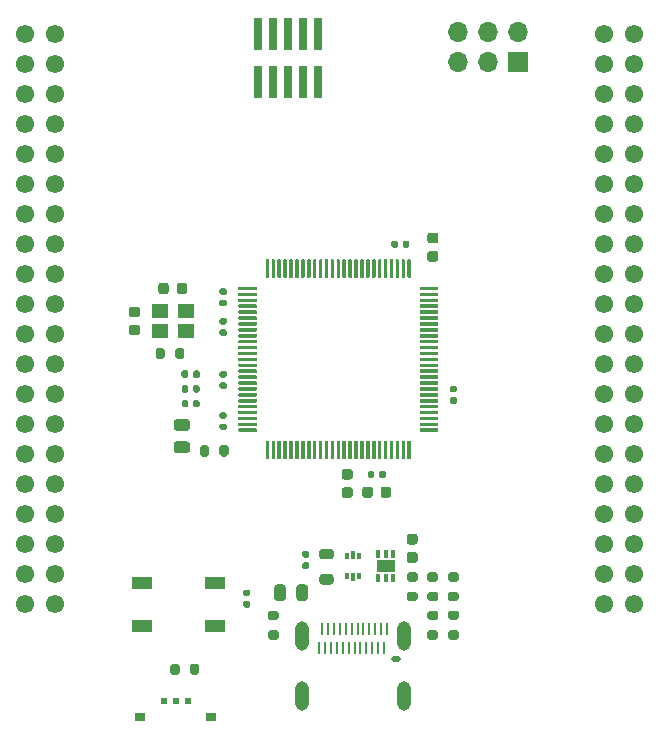
<source format=gbr>
%TF.GenerationSoftware,KiCad,Pcbnew,(5.1.9)-1*%
%TF.CreationDate,2021-07-09T22:50:26+02:00*%
%TF.ProjectId,hyperboard,68797065-7262-46f6-9172-642e6b696361,rev?*%
%TF.SameCoordinates,Original*%
%TF.FileFunction,Soldermask,Top*%
%TF.FilePolarity,Negative*%
%FSLAX46Y46*%
G04 Gerber Fmt 4.6, Leading zero omitted, Abs format (unit mm)*
G04 Created by KiCad (PCBNEW (5.1.9)-1) date 2021-07-09 22:50:26*
%MOMM*%
%LPD*%
G01*
G04 APERTURE LIST*
%ADD10R,1.800000X1.100000*%
%ADD11R,0.900000X0.700000*%
%ADD12R,0.600000X0.510000*%
%ADD13R,0.375000X0.500000*%
%ADD14R,0.300000X0.650000*%
%ADD15O,1.200000X2.500000*%
%ADD16R,0.270000X1.000000*%
%ADD17O,0.850000X0.500000*%
%ADD18C,1.550000*%
%ADD19R,1.400000X1.200000*%
%ADD20R,1.600000X1.000000*%
%ADD21R,0.350000X0.650000*%
%ADD22R,0.740000X2.790000*%
%ADD23O,1.700000X1.700000*%
%ADD24R,1.700000X1.700000*%
G04 APERTURE END LIST*
D10*
%TO.C,SW1*%
X126350000Y-139850000D03*
X120150000Y-139850000D03*
X126350000Y-136150000D03*
X120150000Y-136150000D03*
%TD*%
D11*
%TO.C,SW2*%
X126000000Y-147550000D03*
X120000000Y-147550000D03*
D12*
X123000000Y-146195000D03*
X124000000Y-146195000D03*
X122000000Y-146195000D03*
%TD*%
D13*
%TO.C,U3*%
X137462500Y-133900000D03*
X138537500Y-133900000D03*
D14*
X138000000Y-135675000D03*
X138000000Y-133825000D03*
D13*
X138537500Y-135600000D03*
X137462500Y-135600000D03*
%TD*%
%TO.C,C9*%
G36*
G01*
X143250000Y-132925000D02*
X142750000Y-132925000D01*
G75*
G02*
X142525000Y-132700000I0J225000D01*
G01*
X142525000Y-132250000D01*
G75*
G02*
X142750000Y-132025000I225000J0D01*
G01*
X143250000Y-132025000D01*
G75*
G02*
X143475000Y-132250000I0J-225000D01*
G01*
X143475000Y-132700000D01*
G75*
G02*
X143250000Y-132925000I-225000J0D01*
G01*
G37*
G36*
G01*
X143250000Y-134475000D02*
X142750000Y-134475000D01*
G75*
G02*
X142525000Y-134250000I0J225000D01*
G01*
X142525000Y-133800000D01*
G75*
G02*
X142750000Y-133575000I225000J0D01*
G01*
X143250000Y-133575000D01*
G75*
G02*
X143475000Y-133800000I0J-225000D01*
G01*
X143475000Y-134250000D01*
G75*
G02*
X143250000Y-134475000I-225000J0D01*
G01*
G37*
%TD*%
D15*
%TO.C,J5*%
X142320000Y-140700000D03*
X133680000Y-140700000D03*
D16*
X135375000Y-140035000D03*
X135875000Y-140035000D03*
X136375000Y-140035000D03*
X136875000Y-140035000D03*
X137375000Y-140035000D03*
X137875000Y-140035000D03*
X138375000Y-140035000D03*
X138875000Y-140035000D03*
X139375000Y-140035000D03*
X139875000Y-140035000D03*
X140375000Y-140035000D03*
X140875000Y-140035000D03*
X140625000Y-141685000D03*
X140125000Y-141685000D03*
X139625000Y-141685000D03*
X139125000Y-141685000D03*
X138625000Y-141685000D03*
X138125000Y-141685000D03*
X137625000Y-141685000D03*
X137125000Y-141685000D03*
X136625000Y-141685000D03*
X136125000Y-141685000D03*
X135625000Y-141685000D03*
X135125000Y-141685000D03*
D15*
X133680000Y-145750000D03*
X142320000Y-145750000D03*
D17*
X141600000Y-142620000D03*
%TD*%
D18*
%TO.C,J3*%
X112750000Y-89740000D03*
X110210000Y-89740000D03*
X112750000Y-92280000D03*
X110210000Y-92280000D03*
X112750000Y-94820000D03*
X110210000Y-94820000D03*
X112750000Y-97360000D03*
X110210000Y-97360000D03*
X112750000Y-99900000D03*
X110210000Y-99900000D03*
X112750000Y-102440000D03*
X110210000Y-102440000D03*
X112750000Y-104980000D03*
X110210000Y-104980000D03*
X112750000Y-107520000D03*
X110210000Y-107520000D03*
X112750000Y-110060000D03*
X110210000Y-110060000D03*
X112750000Y-112600000D03*
X110210000Y-112600000D03*
X112750000Y-115140000D03*
X110210000Y-115140000D03*
X112750000Y-117680000D03*
X110210000Y-117680000D03*
X112750000Y-120220000D03*
X110210000Y-120220000D03*
X112750000Y-122760000D03*
X110210000Y-122760000D03*
X112750000Y-125300000D03*
X110210000Y-125300000D03*
X112750000Y-127840000D03*
X110210000Y-127840000D03*
X112750000Y-130380000D03*
X110210000Y-130380000D03*
X112750000Y-132920000D03*
X110210000Y-132920000D03*
X112750000Y-135460000D03*
X110210000Y-135460000D03*
X112750000Y-138000000D03*
X110210000Y-138000000D03*
%TD*%
%TO.C,J4*%
X161790000Y-89740000D03*
X159250000Y-89740000D03*
X161790000Y-92280000D03*
X159250000Y-92280000D03*
X161790000Y-94820000D03*
X159250000Y-94820000D03*
X161790000Y-97360000D03*
X159250000Y-97360000D03*
X161790000Y-99900000D03*
X159250000Y-99900000D03*
X161790000Y-102440000D03*
X159250000Y-102440000D03*
X161790000Y-104980000D03*
X159250000Y-104980000D03*
X161790000Y-107520000D03*
X159250000Y-107520000D03*
X161790000Y-110060000D03*
X159250000Y-110060000D03*
X161790000Y-112600000D03*
X159250000Y-112600000D03*
X161790000Y-115140000D03*
X159250000Y-115140000D03*
X161790000Y-117680000D03*
X159250000Y-117680000D03*
X161790000Y-120220000D03*
X159250000Y-120220000D03*
X161790000Y-122760000D03*
X159250000Y-122760000D03*
X161790000Y-125300000D03*
X159250000Y-125300000D03*
X161790000Y-127840000D03*
X159250000Y-127840000D03*
X161790000Y-130380000D03*
X159250000Y-130380000D03*
X161790000Y-132920000D03*
X159250000Y-132920000D03*
X161790000Y-135460000D03*
X159250000Y-135460000D03*
X161790000Y-138000000D03*
X159250000Y-138000000D03*
%TD*%
%TO.C,U1*%
G36*
G01*
X130600000Y-110300000D02*
X130600000Y-108850000D01*
G75*
G02*
X130675000Y-108775000I75000J0D01*
G01*
X130825000Y-108775000D01*
G75*
G02*
X130900000Y-108850000I0J-75000D01*
G01*
X130900000Y-110300000D01*
G75*
G02*
X130825000Y-110375000I-75000J0D01*
G01*
X130675000Y-110375000D01*
G75*
G02*
X130600000Y-110300000I0J75000D01*
G01*
G37*
G36*
G01*
X131100000Y-110300000D02*
X131100000Y-108850000D01*
G75*
G02*
X131175000Y-108775000I75000J0D01*
G01*
X131325000Y-108775000D01*
G75*
G02*
X131400000Y-108850000I0J-75000D01*
G01*
X131400000Y-110300000D01*
G75*
G02*
X131325000Y-110375000I-75000J0D01*
G01*
X131175000Y-110375000D01*
G75*
G02*
X131100000Y-110300000I0J75000D01*
G01*
G37*
G36*
G01*
X131600000Y-110300000D02*
X131600000Y-108850000D01*
G75*
G02*
X131675000Y-108775000I75000J0D01*
G01*
X131825000Y-108775000D01*
G75*
G02*
X131900000Y-108850000I0J-75000D01*
G01*
X131900000Y-110300000D01*
G75*
G02*
X131825000Y-110375000I-75000J0D01*
G01*
X131675000Y-110375000D01*
G75*
G02*
X131600000Y-110300000I0J75000D01*
G01*
G37*
G36*
G01*
X132100000Y-110300000D02*
X132100000Y-108850000D01*
G75*
G02*
X132175000Y-108775000I75000J0D01*
G01*
X132325000Y-108775000D01*
G75*
G02*
X132400000Y-108850000I0J-75000D01*
G01*
X132400000Y-110300000D01*
G75*
G02*
X132325000Y-110375000I-75000J0D01*
G01*
X132175000Y-110375000D01*
G75*
G02*
X132100000Y-110300000I0J75000D01*
G01*
G37*
G36*
G01*
X132600000Y-110300000D02*
X132600000Y-108850000D01*
G75*
G02*
X132675000Y-108775000I75000J0D01*
G01*
X132825000Y-108775000D01*
G75*
G02*
X132900000Y-108850000I0J-75000D01*
G01*
X132900000Y-110300000D01*
G75*
G02*
X132825000Y-110375000I-75000J0D01*
G01*
X132675000Y-110375000D01*
G75*
G02*
X132600000Y-110300000I0J75000D01*
G01*
G37*
G36*
G01*
X133100000Y-110300000D02*
X133100000Y-108850000D01*
G75*
G02*
X133175000Y-108775000I75000J0D01*
G01*
X133325000Y-108775000D01*
G75*
G02*
X133400000Y-108850000I0J-75000D01*
G01*
X133400000Y-110300000D01*
G75*
G02*
X133325000Y-110375000I-75000J0D01*
G01*
X133175000Y-110375000D01*
G75*
G02*
X133100000Y-110300000I0J75000D01*
G01*
G37*
G36*
G01*
X133600000Y-110300000D02*
X133600000Y-108850000D01*
G75*
G02*
X133675000Y-108775000I75000J0D01*
G01*
X133825000Y-108775000D01*
G75*
G02*
X133900000Y-108850000I0J-75000D01*
G01*
X133900000Y-110300000D01*
G75*
G02*
X133825000Y-110375000I-75000J0D01*
G01*
X133675000Y-110375000D01*
G75*
G02*
X133600000Y-110300000I0J75000D01*
G01*
G37*
G36*
G01*
X134100000Y-110300000D02*
X134100000Y-108850000D01*
G75*
G02*
X134175000Y-108775000I75000J0D01*
G01*
X134325000Y-108775000D01*
G75*
G02*
X134400000Y-108850000I0J-75000D01*
G01*
X134400000Y-110300000D01*
G75*
G02*
X134325000Y-110375000I-75000J0D01*
G01*
X134175000Y-110375000D01*
G75*
G02*
X134100000Y-110300000I0J75000D01*
G01*
G37*
G36*
G01*
X134600000Y-110300000D02*
X134600000Y-108850000D01*
G75*
G02*
X134675000Y-108775000I75000J0D01*
G01*
X134825000Y-108775000D01*
G75*
G02*
X134900000Y-108850000I0J-75000D01*
G01*
X134900000Y-110300000D01*
G75*
G02*
X134825000Y-110375000I-75000J0D01*
G01*
X134675000Y-110375000D01*
G75*
G02*
X134600000Y-110300000I0J75000D01*
G01*
G37*
G36*
G01*
X135100000Y-110300000D02*
X135100000Y-108850000D01*
G75*
G02*
X135175000Y-108775000I75000J0D01*
G01*
X135325000Y-108775000D01*
G75*
G02*
X135400000Y-108850000I0J-75000D01*
G01*
X135400000Y-110300000D01*
G75*
G02*
X135325000Y-110375000I-75000J0D01*
G01*
X135175000Y-110375000D01*
G75*
G02*
X135100000Y-110300000I0J75000D01*
G01*
G37*
G36*
G01*
X135600000Y-110300000D02*
X135600000Y-108850000D01*
G75*
G02*
X135675000Y-108775000I75000J0D01*
G01*
X135825000Y-108775000D01*
G75*
G02*
X135900000Y-108850000I0J-75000D01*
G01*
X135900000Y-110300000D01*
G75*
G02*
X135825000Y-110375000I-75000J0D01*
G01*
X135675000Y-110375000D01*
G75*
G02*
X135600000Y-110300000I0J75000D01*
G01*
G37*
G36*
G01*
X136100000Y-110300000D02*
X136100000Y-108850000D01*
G75*
G02*
X136175000Y-108775000I75000J0D01*
G01*
X136325000Y-108775000D01*
G75*
G02*
X136400000Y-108850000I0J-75000D01*
G01*
X136400000Y-110300000D01*
G75*
G02*
X136325000Y-110375000I-75000J0D01*
G01*
X136175000Y-110375000D01*
G75*
G02*
X136100000Y-110300000I0J75000D01*
G01*
G37*
G36*
G01*
X136600000Y-110300000D02*
X136600000Y-108850000D01*
G75*
G02*
X136675000Y-108775000I75000J0D01*
G01*
X136825000Y-108775000D01*
G75*
G02*
X136900000Y-108850000I0J-75000D01*
G01*
X136900000Y-110300000D01*
G75*
G02*
X136825000Y-110375000I-75000J0D01*
G01*
X136675000Y-110375000D01*
G75*
G02*
X136600000Y-110300000I0J75000D01*
G01*
G37*
G36*
G01*
X137100000Y-110300000D02*
X137100000Y-108850000D01*
G75*
G02*
X137175000Y-108775000I75000J0D01*
G01*
X137325000Y-108775000D01*
G75*
G02*
X137400000Y-108850000I0J-75000D01*
G01*
X137400000Y-110300000D01*
G75*
G02*
X137325000Y-110375000I-75000J0D01*
G01*
X137175000Y-110375000D01*
G75*
G02*
X137100000Y-110300000I0J75000D01*
G01*
G37*
G36*
G01*
X137600000Y-110300000D02*
X137600000Y-108850000D01*
G75*
G02*
X137675000Y-108775000I75000J0D01*
G01*
X137825000Y-108775000D01*
G75*
G02*
X137900000Y-108850000I0J-75000D01*
G01*
X137900000Y-110300000D01*
G75*
G02*
X137825000Y-110375000I-75000J0D01*
G01*
X137675000Y-110375000D01*
G75*
G02*
X137600000Y-110300000I0J75000D01*
G01*
G37*
G36*
G01*
X138100000Y-110300000D02*
X138100000Y-108850000D01*
G75*
G02*
X138175000Y-108775000I75000J0D01*
G01*
X138325000Y-108775000D01*
G75*
G02*
X138400000Y-108850000I0J-75000D01*
G01*
X138400000Y-110300000D01*
G75*
G02*
X138325000Y-110375000I-75000J0D01*
G01*
X138175000Y-110375000D01*
G75*
G02*
X138100000Y-110300000I0J75000D01*
G01*
G37*
G36*
G01*
X138600000Y-110300000D02*
X138600000Y-108850000D01*
G75*
G02*
X138675000Y-108775000I75000J0D01*
G01*
X138825000Y-108775000D01*
G75*
G02*
X138900000Y-108850000I0J-75000D01*
G01*
X138900000Y-110300000D01*
G75*
G02*
X138825000Y-110375000I-75000J0D01*
G01*
X138675000Y-110375000D01*
G75*
G02*
X138600000Y-110300000I0J75000D01*
G01*
G37*
G36*
G01*
X139100000Y-110300000D02*
X139100000Y-108850000D01*
G75*
G02*
X139175000Y-108775000I75000J0D01*
G01*
X139325000Y-108775000D01*
G75*
G02*
X139400000Y-108850000I0J-75000D01*
G01*
X139400000Y-110300000D01*
G75*
G02*
X139325000Y-110375000I-75000J0D01*
G01*
X139175000Y-110375000D01*
G75*
G02*
X139100000Y-110300000I0J75000D01*
G01*
G37*
G36*
G01*
X139600000Y-110300000D02*
X139600000Y-108850000D01*
G75*
G02*
X139675000Y-108775000I75000J0D01*
G01*
X139825000Y-108775000D01*
G75*
G02*
X139900000Y-108850000I0J-75000D01*
G01*
X139900000Y-110300000D01*
G75*
G02*
X139825000Y-110375000I-75000J0D01*
G01*
X139675000Y-110375000D01*
G75*
G02*
X139600000Y-110300000I0J75000D01*
G01*
G37*
G36*
G01*
X140100000Y-110300000D02*
X140100000Y-108850000D01*
G75*
G02*
X140175000Y-108775000I75000J0D01*
G01*
X140325000Y-108775000D01*
G75*
G02*
X140400000Y-108850000I0J-75000D01*
G01*
X140400000Y-110300000D01*
G75*
G02*
X140325000Y-110375000I-75000J0D01*
G01*
X140175000Y-110375000D01*
G75*
G02*
X140100000Y-110300000I0J75000D01*
G01*
G37*
G36*
G01*
X140600000Y-110300000D02*
X140600000Y-108850000D01*
G75*
G02*
X140675000Y-108775000I75000J0D01*
G01*
X140825000Y-108775000D01*
G75*
G02*
X140900000Y-108850000I0J-75000D01*
G01*
X140900000Y-110300000D01*
G75*
G02*
X140825000Y-110375000I-75000J0D01*
G01*
X140675000Y-110375000D01*
G75*
G02*
X140600000Y-110300000I0J75000D01*
G01*
G37*
G36*
G01*
X141100000Y-110300000D02*
X141100000Y-108850000D01*
G75*
G02*
X141175000Y-108775000I75000J0D01*
G01*
X141325000Y-108775000D01*
G75*
G02*
X141400000Y-108850000I0J-75000D01*
G01*
X141400000Y-110300000D01*
G75*
G02*
X141325000Y-110375000I-75000J0D01*
G01*
X141175000Y-110375000D01*
G75*
G02*
X141100000Y-110300000I0J75000D01*
G01*
G37*
G36*
G01*
X141600000Y-110300000D02*
X141600000Y-108850000D01*
G75*
G02*
X141675000Y-108775000I75000J0D01*
G01*
X141825000Y-108775000D01*
G75*
G02*
X141900000Y-108850000I0J-75000D01*
G01*
X141900000Y-110300000D01*
G75*
G02*
X141825000Y-110375000I-75000J0D01*
G01*
X141675000Y-110375000D01*
G75*
G02*
X141600000Y-110300000I0J75000D01*
G01*
G37*
G36*
G01*
X142100000Y-110300000D02*
X142100000Y-108850000D01*
G75*
G02*
X142175000Y-108775000I75000J0D01*
G01*
X142325000Y-108775000D01*
G75*
G02*
X142400000Y-108850000I0J-75000D01*
G01*
X142400000Y-110300000D01*
G75*
G02*
X142325000Y-110375000I-75000J0D01*
G01*
X142175000Y-110375000D01*
G75*
G02*
X142100000Y-110300000I0J75000D01*
G01*
G37*
G36*
G01*
X142600000Y-110300000D02*
X142600000Y-108850000D01*
G75*
G02*
X142675000Y-108775000I75000J0D01*
G01*
X142825000Y-108775000D01*
G75*
G02*
X142900000Y-108850000I0J-75000D01*
G01*
X142900000Y-110300000D01*
G75*
G02*
X142825000Y-110375000I-75000J0D01*
G01*
X142675000Y-110375000D01*
G75*
G02*
X142600000Y-110300000I0J75000D01*
G01*
G37*
G36*
G01*
X143625000Y-111325000D02*
X143625000Y-111175000D01*
G75*
G02*
X143700000Y-111100000I75000J0D01*
G01*
X145150000Y-111100000D01*
G75*
G02*
X145225000Y-111175000I0J-75000D01*
G01*
X145225000Y-111325000D01*
G75*
G02*
X145150000Y-111400000I-75000J0D01*
G01*
X143700000Y-111400000D01*
G75*
G02*
X143625000Y-111325000I0J75000D01*
G01*
G37*
G36*
G01*
X143625000Y-111825000D02*
X143625000Y-111675000D01*
G75*
G02*
X143700000Y-111600000I75000J0D01*
G01*
X145150000Y-111600000D01*
G75*
G02*
X145225000Y-111675000I0J-75000D01*
G01*
X145225000Y-111825000D01*
G75*
G02*
X145150000Y-111900000I-75000J0D01*
G01*
X143700000Y-111900000D01*
G75*
G02*
X143625000Y-111825000I0J75000D01*
G01*
G37*
G36*
G01*
X143625000Y-112325000D02*
X143625000Y-112175000D01*
G75*
G02*
X143700000Y-112100000I75000J0D01*
G01*
X145150000Y-112100000D01*
G75*
G02*
X145225000Y-112175000I0J-75000D01*
G01*
X145225000Y-112325000D01*
G75*
G02*
X145150000Y-112400000I-75000J0D01*
G01*
X143700000Y-112400000D01*
G75*
G02*
X143625000Y-112325000I0J75000D01*
G01*
G37*
G36*
G01*
X143625000Y-112825000D02*
X143625000Y-112675000D01*
G75*
G02*
X143700000Y-112600000I75000J0D01*
G01*
X145150000Y-112600000D01*
G75*
G02*
X145225000Y-112675000I0J-75000D01*
G01*
X145225000Y-112825000D01*
G75*
G02*
X145150000Y-112900000I-75000J0D01*
G01*
X143700000Y-112900000D01*
G75*
G02*
X143625000Y-112825000I0J75000D01*
G01*
G37*
G36*
G01*
X143625000Y-113325000D02*
X143625000Y-113175000D01*
G75*
G02*
X143700000Y-113100000I75000J0D01*
G01*
X145150000Y-113100000D01*
G75*
G02*
X145225000Y-113175000I0J-75000D01*
G01*
X145225000Y-113325000D01*
G75*
G02*
X145150000Y-113400000I-75000J0D01*
G01*
X143700000Y-113400000D01*
G75*
G02*
X143625000Y-113325000I0J75000D01*
G01*
G37*
G36*
G01*
X143625000Y-113825000D02*
X143625000Y-113675000D01*
G75*
G02*
X143700000Y-113600000I75000J0D01*
G01*
X145150000Y-113600000D01*
G75*
G02*
X145225000Y-113675000I0J-75000D01*
G01*
X145225000Y-113825000D01*
G75*
G02*
X145150000Y-113900000I-75000J0D01*
G01*
X143700000Y-113900000D01*
G75*
G02*
X143625000Y-113825000I0J75000D01*
G01*
G37*
G36*
G01*
X143625000Y-114325000D02*
X143625000Y-114175000D01*
G75*
G02*
X143700000Y-114100000I75000J0D01*
G01*
X145150000Y-114100000D01*
G75*
G02*
X145225000Y-114175000I0J-75000D01*
G01*
X145225000Y-114325000D01*
G75*
G02*
X145150000Y-114400000I-75000J0D01*
G01*
X143700000Y-114400000D01*
G75*
G02*
X143625000Y-114325000I0J75000D01*
G01*
G37*
G36*
G01*
X143625000Y-114825000D02*
X143625000Y-114675000D01*
G75*
G02*
X143700000Y-114600000I75000J0D01*
G01*
X145150000Y-114600000D01*
G75*
G02*
X145225000Y-114675000I0J-75000D01*
G01*
X145225000Y-114825000D01*
G75*
G02*
X145150000Y-114900000I-75000J0D01*
G01*
X143700000Y-114900000D01*
G75*
G02*
X143625000Y-114825000I0J75000D01*
G01*
G37*
G36*
G01*
X143625000Y-115325000D02*
X143625000Y-115175000D01*
G75*
G02*
X143700000Y-115100000I75000J0D01*
G01*
X145150000Y-115100000D01*
G75*
G02*
X145225000Y-115175000I0J-75000D01*
G01*
X145225000Y-115325000D01*
G75*
G02*
X145150000Y-115400000I-75000J0D01*
G01*
X143700000Y-115400000D01*
G75*
G02*
X143625000Y-115325000I0J75000D01*
G01*
G37*
G36*
G01*
X143625000Y-115825000D02*
X143625000Y-115675000D01*
G75*
G02*
X143700000Y-115600000I75000J0D01*
G01*
X145150000Y-115600000D01*
G75*
G02*
X145225000Y-115675000I0J-75000D01*
G01*
X145225000Y-115825000D01*
G75*
G02*
X145150000Y-115900000I-75000J0D01*
G01*
X143700000Y-115900000D01*
G75*
G02*
X143625000Y-115825000I0J75000D01*
G01*
G37*
G36*
G01*
X143625000Y-116325000D02*
X143625000Y-116175000D01*
G75*
G02*
X143700000Y-116100000I75000J0D01*
G01*
X145150000Y-116100000D01*
G75*
G02*
X145225000Y-116175000I0J-75000D01*
G01*
X145225000Y-116325000D01*
G75*
G02*
X145150000Y-116400000I-75000J0D01*
G01*
X143700000Y-116400000D01*
G75*
G02*
X143625000Y-116325000I0J75000D01*
G01*
G37*
G36*
G01*
X143625000Y-116825000D02*
X143625000Y-116675000D01*
G75*
G02*
X143700000Y-116600000I75000J0D01*
G01*
X145150000Y-116600000D01*
G75*
G02*
X145225000Y-116675000I0J-75000D01*
G01*
X145225000Y-116825000D01*
G75*
G02*
X145150000Y-116900000I-75000J0D01*
G01*
X143700000Y-116900000D01*
G75*
G02*
X143625000Y-116825000I0J75000D01*
G01*
G37*
G36*
G01*
X143625000Y-117325000D02*
X143625000Y-117175000D01*
G75*
G02*
X143700000Y-117100000I75000J0D01*
G01*
X145150000Y-117100000D01*
G75*
G02*
X145225000Y-117175000I0J-75000D01*
G01*
X145225000Y-117325000D01*
G75*
G02*
X145150000Y-117400000I-75000J0D01*
G01*
X143700000Y-117400000D01*
G75*
G02*
X143625000Y-117325000I0J75000D01*
G01*
G37*
G36*
G01*
X143625000Y-117825000D02*
X143625000Y-117675000D01*
G75*
G02*
X143700000Y-117600000I75000J0D01*
G01*
X145150000Y-117600000D01*
G75*
G02*
X145225000Y-117675000I0J-75000D01*
G01*
X145225000Y-117825000D01*
G75*
G02*
X145150000Y-117900000I-75000J0D01*
G01*
X143700000Y-117900000D01*
G75*
G02*
X143625000Y-117825000I0J75000D01*
G01*
G37*
G36*
G01*
X143625000Y-118325000D02*
X143625000Y-118175000D01*
G75*
G02*
X143700000Y-118100000I75000J0D01*
G01*
X145150000Y-118100000D01*
G75*
G02*
X145225000Y-118175000I0J-75000D01*
G01*
X145225000Y-118325000D01*
G75*
G02*
X145150000Y-118400000I-75000J0D01*
G01*
X143700000Y-118400000D01*
G75*
G02*
X143625000Y-118325000I0J75000D01*
G01*
G37*
G36*
G01*
X143625000Y-118825000D02*
X143625000Y-118675000D01*
G75*
G02*
X143700000Y-118600000I75000J0D01*
G01*
X145150000Y-118600000D01*
G75*
G02*
X145225000Y-118675000I0J-75000D01*
G01*
X145225000Y-118825000D01*
G75*
G02*
X145150000Y-118900000I-75000J0D01*
G01*
X143700000Y-118900000D01*
G75*
G02*
X143625000Y-118825000I0J75000D01*
G01*
G37*
G36*
G01*
X143625000Y-119325000D02*
X143625000Y-119175000D01*
G75*
G02*
X143700000Y-119100000I75000J0D01*
G01*
X145150000Y-119100000D01*
G75*
G02*
X145225000Y-119175000I0J-75000D01*
G01*
X145225000Y-119325000D01*
G75*
G02*
X145150000Y-119400000I-75000J0D01*
G01*
X143700000Y-119400000D01*
G75*
G02*
X143625000Y-119325000I0J75000D01*
G01*
G37*
G36*
G01*
X143625000Y-119825000D02*
X143625000Y-119675000D01*
G75*
G02*
X143700000Y-119600000I75000J0D01*
G01*
X145150000Y-119600000D01*
G75*
G02*
X145225000Y-119675000I0J-75000D01*
G01*
X145225000Y-119825000D01*
G75*
G02*
X145150000Y-119900000I-75000J0D01*
G01*
X143700000Y-119900000D01*
G75*
G02*
X143625000Y-119825000I0J75000D01*
G01*
G37*
G36*
G01*
X143625000Y-120325000D02*
X143625000Y-120175000D01*
G75*
G02*
X143700000Y-120100000I75000J0D01*
G01*
X145150000Y-120100000D01*
G75*
G02*
X145225000Y-120175000I0J-75000D01*
G01*
X145225000Y-120325000D01*
G75*
G02*
X145150000Y-120400000I-75000J0D01*
G01*
X143700000Y-120400000D01*
G75*
G02*
X143625000Y-120325000I0J75000D01*
G01*
G37*
G36*
G01*
X143625000Y-120825000D02*
X143625000Y-120675000D01*
G75*
G02*
X143700000Y-120600000I75000J0D01*
G01*
X145150000Y-120600000D01*
G75*
G02*
X145225000Y-120675000I0J-75000D01*
G01*
X145225000Y-120825000D01*
G75*
G02*
X145150000Y-120900000I-75000J0D01*
G01*
X143700000Y-120900000D01*
G75*
G02*
X143625000Y-120825000I0J75000D01*
G01*
G37*
G36*
G01*
X143625000Y-121325000D02*
X143625000Y-121175000D01*
G75*
G02*
X143700000Y-121100000I75000J0D01*
G01*
X145150000Y-121100000D01*
G75*
G02*
X145225000Y-121175000I0J-75000D01*
G01*
X145225000Y-121325000D01*
G75*
G02*
X145150000Y-121400000I-75000J0D01*
G01*
X143700000Y-121400000D01*
G75*
G02*
X143625000Y-121325000I0J75000D01*
G01*
G37*
G36*
G01*
X143625000Y-121825000D02*
X143625000Y-121675000D01*
G75*
G02*
X143700000Y-121600000I75000J0D01*
G01*
X145150000Y-121600000D01*
G75*
G02*
X145225000Y-121675000I0J-75000D01*
G01*
X145225000Y-121825000D01*
G75*
G02*
X145150000Y-121900000I-75000J0D01*
G01*
X143700000Y-121900000D01*
G75*
G02*
X143625000Y-121825000I0J75000D01*
G01*
G37*
G36*
G01*
X143625000Y-122325000D02*
X143625000Y-122175000D01*
G75*
G02*
X143700000Y-122100000I75000J0D01*
G01*
X145150000Y-122100000D01*
G75*
G02*
X145225000Y-122175000I0J-75000D01*
G01*
X145225000Y-122325000D01*
G75*
G02*
X145150000Y-122400000I-75000J0D01*
G01*
X143700000Y-122400000D01*
G75*
G02*
X143625000Y-122325000I0J75000D01*
G01*
G37*
G36*
G01*
X143625000Y-122825000D02*
X143625000Y-122675000D01*
G75*
G02*
X143700000Y-122600000I75000J0D01*
G01*
X145150000Y-122600000D01*
G75*
G02*
X145225000Y-122675000I0J-75000D01*
G01*
X145225000Y-122825000D01*
G75*
G02*
X145150000Y-122900000I-75000J0D01*
G01*
X143700000Y-122900000D01*
G75*
G02*
X143625000Y-122825000I0J75000D01*
G01*
G37*
G36*
G01*
X143625000Y-123325000D02*
X143625000Y-123175000D01*
G75*
G02*
X143700000Y-123100000I75000J0D01*
G01*
X145150000Y-123100000D01*
G75*
G02*
X145225000Y-123175000I0J-75000D01*
G01*
X145225000Y-123325000D01*
G75*
G02*
X145150000Y-123400000I-75000J0D01*
G01*
X143700000Y-123400000D01*
G75*
G02*
X143625000Y-123325000I0J75000D01*
G01*
G37*
G36*
G01*
X142600000Y-125650000D02*
X142600000Y-124200000D01*
G75*
G02*
X142675000Y-124125000I75000J0D01*
G01*
X142825000Y-124125000D01*
G75*
G02*
X142900000Y-124200000I0J-75000D01*
G01*
X142900000Y-125650000D01*
G75*
G02*
X142825000Y-125725000I-75000J0D01*
G01*
X142675000Y-125725000D01*
G75*
G02*
X142600000Y-125650000I0J75000D01*
G01*
G37*
G36*
G01*
X142100000Y-125650000D02*
X142100000Y-124200000D01*
G75*
G02*
X142175000Y-124125000I75000J0D01*
G01*
X142325000Y-124125000D01*
G75*
G02*
X142400000Y-124200000I0J-75000D01*
G01*
X142400000Y-125650000D01*
G75*
G02*
X142325000Y-125725000I-75000J0D01*
G01*
X142175000Y-125725000D01*
G75*
G02*
X142100000Y-125650000I0J75000D01*
G01*
G37*
G36*
G01*
X141600000Y-125650000D02*
X141600000Y-124200000D01*
G75*
G02*
X141675000Y-124125000I75000J0D01*
G01*
X141825000Y-124125000D01*
G75*
G02*
X141900000Y-124200000I0J-75000D01*
G01*
X141900000Y-125650000D01*
G75*
G02*
X141825000Y-125725000I-75000J0D01*
G01*
X141675000Y-125725000D01*
G75*
G02*
X141600000Y-125650000I0J75000D01*
G01*
G37*
G36*
G01*
X141100000Y-125650000D02*
X141100000Y-124200000D01*
G75*
G02*
X141175000Y-124125000I75000J0D01*
G01*
X141325000Y-124125000D01*
G75*
G02*
X141400000Y-124200000I0J-75000D01*
G01*
X141400000Y-125650000D01*
G75*
G02*
X141325000Y-125725000I-75000J0D01*
G01*
X141175000Y-125725000D01*
G75*
G02*
X141100000Y-125650000I0J75000D01*
G01*
G37*
G36*
G01*
X140600000Y-125650000D02*
X140600000Y-124200000D01*
G75*
G02*
X140675000Y-124125000I75000J0D01*
G01*
X140825000Y-124125000D01*
G75*
G02*
X140900000Y-124200000I0J-75000D01*
G01*
X140900000Y-125650000D01*
G75*
G02*
X140825000Y-125725000I-75000J0D01*
G01*
X140675000Y-125725000D01*
G75*
G02*
X140600000Y-125650000I0J75000D01*
G01*
G37*
G36*
G01*
X140100000Y-125650000D02*
X140100000Y-124200000D01*
G75*
G02*
X140175000Y-124125000I75000J0D01*
G01*
X140325000Y-124125000D01*
G75*
G02*
X140400000Y-124200000I0J-75000D01*
G01*
X140400000Y-125650000D01*
G75*
G02*
X140325000Y-125725000I-75000J0D01*
G01*
X140175000Y-125725000D01*
G75*
G02*
X140100000Y-125650000I0J75000D01*
G01*
G37*
G36*
G01*
X139600000Y-125650000D02*
X139600000Y-124200000D01*
G75*
G02*
X139675000Y-124125000I75000J0D01*
G01*
X139825000Y-124125000D01*
G75*
G02*
X139900000Y-124200000I0J-75000D01*
G01*
X139900000Y-125650000D01*
G75*
G02*
X139825000Y-125725000I-75000J0D01*
G01*
X139675000Y-125725000D01*
G75*
G02*
X139600000Y-125650000I0J75000D01*
G01*
G37*
G36*
G01*
X139100000Y-125650000D02*
X139100000Y-124200000D01*
G75*
G02*
X139175000Y-124125000I75000J0D01*
G01*
X139325000Y-124125000D01*
G75*
G02*
X139400000Y-124200000I0J-75000D01*
G01*
X139400000Y-125650000D01*
G75*
G02*
X139325000Y-125725000I-75000J0D01*
G01*
X139175000Y-125725000D01*
G75*
G02*
X139100000Y-125650000I0J75000D01*
G01*
G37*
G36*
G01*
X138600000Y-125650000D02*
X138600000Y-124200000D01*
G75*
G02*
X138675000Y-124125000I75000J0D01*
G01*
X138825000Y-124125000D01*
G75*
G02*
X138900000Y-124200000I0J-75000D01*
G01*
X138900000Y-125650000D01*
G75*
G02*
X138825000Y-125725000I-75000J0D01*
G01*
X138675000Y-125725000D01*
G75*
G02*
X138600000Y-125650000I0J75000D01*
G01*
G37*
G36*
G01*
X138100000Y-125650000D02*
X138100000Y-124200000D01*
G75*
G02*
X138175000Y-124125000I75000J0D01*
G01*
X138325000Y-124125000D01*
G75*
G02*
X138400000Y-124200000I0J-75000D01*
G01*
X138400000Y-125650000D01*
G75*
G02*
X138325000Y-125725000I-75000J0D01*
G01*
X138175000Y-125725000D01*
G75*
G02*
X138100000Y-125650000I0J75000D01*
G01*
G37*
G36*
G01*
X137600000Y-125650000D02*
X137600000Y-124200000D01*
G75*
G02*
X137675000Y-124125000I75000J0D01*
G01*
X137825000Y-124125000D01*
G75*
G02*
X137900000Y-124200000I0J-75000D01*
G01*
X137900000Y-125650000D01*
G75*
G02*
X137825000Y-125725000I-75000J0D01*
G01*
X137675000Y-125725000D01*
G75*
G02*
X137600000Y-125650000I0J75000D01*
G01*
G37*
G36*
G01*
X137100000Y-125650000D02*
X137100000Y-124200000D01*
G75*
G02*
X137175000Y-124125000I75000J0D01*
G01*
X137325000Y-124125000D01*
G75*
G02*
X137400000Y-124200000I0J-75000D01*
G01*
X137400000Y-125650000D01*
G75*
G02*
X137325000Y-125725000I-75000J0D01*
G01*
X137175000Y-125725000D01*
G75*
G02*
X137100000Y-125650000I0J75000D01*
G01*
G37*
G36*
G01*
X136600000Y-125650000D02*
X136600000Y-124200000D01*
G75*
G02*
X136675000Y-124125000I75000J0D01*
G01*
X136825000Y-124125000D01*
G75*
G02*
X136900000Y-124200000I0J-75000D01*
G01*
X136900000Y-125650000D01*
G75*
G02*
X136825000Y-125725000I-75000J0D01*
G01*
X136675000Y-125725000D01*
G75*
G02*
X136600000Y-125650000I0J75000D01*
G01*
G37*
G36*
G01*
X136100000Y-125650000D02*
X136100000Y-124200000D01*
G75*
G02*
X136175000Y-124125000I75000J0D01*
G01*
X136325000Y-124125000D01*
G75*
G02*
X136400000Y-124200000I0J-75000D01*
G01*
X136400000Y-125650000D01*
G75*
G02*
X136325000Y-125725000I-75000J0D01*
G01*
X136175000Y-125725000D01*
G75*
G02*
X136100000Y-125650000I0J75000D01*
G01*
G37*
G36*
G01*
X135600000Y-125650000D02*
X135600000Y-124200000D01*
G75*
G02*
X135675000Y-124125000I75000J0D01*
G01*
X135825000Y-124125000D01*
G75*
G02*
X135900000Y-124200000I0J-75000D01*
G01*
X135900000Y-125650000D01*
G75*
G02*
X135825000Y-125725000I-75000J0D01*
G01*
X135675000Y-125725000D01*
G75*
G02*
X135600000Y-125650000I0J75000D01*
G01*
G37*
G36*
G01*
X135100000Y-125650000D02*
X135100000Y-124200000D01*
G75*
G02*
X135175000Y-124125000I75000J0D01*
G01*
X135325000Y-124125000D01*
G75*
G02*
X135400000Y-124200000I0J-75000D01*
G01*
X135400000Y-125650000D01*
G75*
G02*
X135325000Y-125725000I-75000J0D01*
G01*
X135175000Y-125725000D01*
G75*
G02*
X135100000Y-125650000I0J75000D01*
G01*
G37*
G36*
G01*
X134600000Y-125650000D02*
X134600000Y-124200000D01*
G75*
G02*
X134675000Y-124125000I75000J0D01*
G01*
X134825000Y-124125000D01*
G75*
G02*
X134900000Y-124200000I0J-75000D01*
G01*
X134900000Y-125650000D01*
G75*
G02*
X134825000Y-125725000I-75000J0D01*
G01*
X134675000Y-125725000D01*
G75*
G02*
X134600000Y-125650000I0J75000D01*
G01*
G37*
G36*
G01*
X134100000Y-125650000D02*
X134100000Y-124200000D01*
G75*
G02*
X134175000Y-124125000I75000J0D01*
G01*
X134325000Y-124125000D01*
G75*
G02*
X134400000Y-124200000I0J-75000D01*
G01*
X134400000Y-125650000D01*
G75*
G02*
X134325000Y-125725000I-75000J0D01*
G01*
X134175000Y-125725000D01*
G75*
G02*
X134100000Y-125650000I0J75000D01*
G01*
G37*
G36*
G01*
X133600000Y-125650000D02*
X133600000Y-124200000D01*
G75*
G02*
X133675000Y-124125000I75000J0D01*
G01*
X133825000Y-124125000D01*
G75*
G02*
X133900000Y-124200000I0J-75000D01*
G01*
X133900000Y-125650000D01*
G75*
G02*
X133825000Y-125725000I-75000J0D01*
G01*
X133675000Y-125725000D01*
G75*
G02*
X133600000Y-125650000I0J75000D01*
G01*
G37*
G36*
G01*
X133100000Y-125650000D02*
X133100000Y-124200000D01*
G75*
G02*
X133175000Y-124125000I75000J0D01*
G01*
X133325000Y-124125000D01*
G75*
G02*
X133400000Y-124200000I0J-75000D01*
G01*
X133400000Y-125650000D01*
G75*
G02*
X133325000Y-125725000I-75000J0D01*
G01*
X133175000Y-125725000D01*
G75*
G02*
X133100000Y-125650000I0J75000D01*
G01*
G37*
G36*
G01*
X132600000Y-125650000D02*
X132600000Y-124200000D01*
G75*
G02*
X132675000Y-124125000I75000J0D01*
G01*
X132825000Y-124125000D01*
G75*
G02*
X132900000Y-124200000I0J-75000D01*
G01*
X132900000Y-125650000D01*
G75*
G02*
X132825000Y-125725000I-75000J0D01*
G01*
X132675000Y-125725000D01*
G75*
G02*
X132600000Y-125650000I0J75000D01*
G01*
G37*
G36*
G01*
X132100000Y-125650000D02*
X132100000Y-124200000D01*
G75*
G02*
X132175000Y-124125000I75000J0D01*
G01*
X132325000Y-124125000D01*
G75*
G02*
X132400000Y-124200000I0J-75000D01*
G01*
X132400000Y-125650000D01*
G75*
G02*
X132325000Y-125725000I-75000J0D01*
G01*
X132175000Y-125725000D01*
G75*
G02*
X132100000Y-125650000I0J75000D01*
G01*
G37*
G36*
G01*
X131600000Y-125650000D02*
X131600000Y-124200000D01*
G75*
G02*
X131675000Y-124125000I75000J0D01*
G01*
X131825000Y-124125000D01*
G75*
G02*
X131900000Y-124200000I0J-75000D01*
G01*
X131900000Y-125650000D01*
G75*
G02*
X131825000Y-125725000I-75000J0D01*
G01*
X131675000Y-125725000D01*
G75*
G02*
X131600000Y-125650000I0J75000D01*
G01*
G37*
G36*
G01*
X131100000Y-125650000D02*
X131100000Y-124200000D01*
G75*
G02*
X131175000Y-124125000I75000J0D01*
G01*
X131325000Y-124125000D01*
G75*
G02*
X131400000Y-124200000I0J-75000D01*
G01*
X131400000Y-125650000D01*
G75*
G02*
X131325000Y-125725000I-75000J0D01*
G01*
X131175000Y-125725000D01*
G75*
G02*
X131100000Y-125650000I0J75000D01*
G01*
G37*
G36*
G01*
X130600000Y-125650000D02*
X130600000Y-124200000D01*
G75*
G02*
X130675000Y-124125000I75000J0D01*
G01*
X130825000Y-124125000D01*
G75*
G02*
X130900000Y-124200000I0J-75000D01*
G01*
X130900000Y-125650000D01*
G75*
G02*
X130825000Y-125725000I-75000J0D01*
G01*
X130675000Y-125725000D01*
G75*
G02*
X130600000Y-125650000I0J75000D01*
G01*
G37*
G36*
G01*
X128275000Y-123325000D02*
X128275000Y-123175000D01*
G75*
G02*
X128350000Y-123100000I75000J0D01*
G01*
X129800000Y-123100000D01*
G75*
G02*
X129875000Y-123175000I0J-75000D01*
G01*
X129875000Y-123325000D01*
G75*
G02*
X129800000Y-123400000I-75000J0D01*
G01*
X128350000Y-123400000D01*
G75*
G02*
X128275000Y-123325000I0J75000D01*
G01*
G37*
G36*
G01*
X128275000Y-122825000D02*
X128275000Y-122675000D01*
G75*
G02*
X128350000Y-122600000I75000J0D01*
G01*
X129800000Y-122600000D01*
G75*
G02*
X129875000Y-122675000I0J-75000D01*
G01*
X129875000Y-122825000D01*
G75*
G02*
X129800000Y-122900000I-75000J0D01*
G01*
X128350000Y-122900000D01*
G75*
G02*
X128275000Y-122825000I0J75000D01*
G01*
G37*
G36*
G01*
X128275000Y-122325000D02*
X128275000Y-122175000D01*
G75*
G02*
X128350000Y-122100000I75000J0D01*
G01*
X129800000Y-122100000D01*
G75*
G02*
X129875000Y-122175000I0J-75000D01*
G01*
X129875000Y-122325000D01*
G75*
G02*
X129800000Y-122400000I-75000J0D01*
G01*
X128350000Y-122400000D01*
G75*
G02*
X128275000Y-122325000I0J75000D01*
G01*
G37*
G36*
G01*
X128275000Y-121825000D02*
X128275000Y-121675000D01*
G75*
G02*
X128350000Y-121600000I75000J0D01*
G01*
X129800000Y-121600000D01*
G75*
G02*
X129875000Y-121675000I0J-75000D01*
G01*
X129875000Y-121825000D01*
G75*
G02*
X129800000Y-121900000I-75000J0D01*
G01*
X128350000Y-121900000D01*
G75*
G02*
X128275000Y-121825000I0J75000D01*
G01*
G37*
G36*
G01*
X128275000Y-121325000D02*
X128275000Y-121175000D01*
G75*
G02*
X128350000Y-121100000I75000J0D01*
G01*
X129800000Y-121100000D01*
G75*
G02*
X129875000Y-121175000I0J-75000D01*
G01*
X129875000Y-121325000D01*
G75*
G02*
X129800000Y-121400000I-75000J0D01*
G01*
X128350000Y-121400000D01*
G75*
G02*
X128275000Y-121325000I0J75000D01*
G01*
G37*
G36*
G01*
X128275000Y-120825000D02*
X128275000Y-120675000D01*
G75*
G02*
X128350000Y-120600000I75000J0D01*
G01*
X129800000Y-120600000D01*
G75*
G02*
X129875000Y-120675000I0J-75000D01*
G01*
X129875000Y-120825000D01*
G75*
G02*
X129800000Y-120900000I-75000J0D01*
G01*
X128350000Y-120900000D01*
G75*
G02*
X128275000Y-120825000I0J75000D01*
G01*
G37*
G36*
G01*
X128275000Y-120325000D02*
X128275000Y-120175000D01*
G75*
G02*
X128350000Y-120100000I75000J0D01*
G01*
X129800000Y-120100000D01*
G75*
G02*
X129875000Y-120175000I0J-75000D01*
G01*
X129875000Y-120325000D01*
G75*
G02*
X129800000Y-120400000I-75000J0D01*
G01*
X128350000Y-120400000D01*
G75*
G02*
X128275000Y-120325000I0J75000D01*
G01*
G37*
G36*
G01*
X128275000Y-119825000D02*
X128275000Y-119675000D01*
G75*
G02*
X128350000Y-119600000I75000J0D01*
G01*
X129800000Y-119600000D01*
G75*
G02*
X129875000Y-119675000I0J-75000D01*
G01*
X129875000Y-119825000D01*
G75*
G02*
X129800000Y-119900000I-75000J0D01*
G01*
X128350000Y-119900000D01*
G75*
G02*
X128275000Y-119825000I0J75000D01*
G01*
G37*
G36*
G01*
X128275000Y-119325000D02*
X128275000Y-119175000D01*
G75*
G02*
X128350000Y-119100000I75000J0D01*
G01*
X129800000Y-119100000D01*
G75*
G02*
X129875000Y-119175000I0J-75000D01*
G01*
X129875000Y-119325000D01*
G75*
G02*
X129800000Y-119400000I-75000J0D01*
G01*
X128350000Y-119400000D01*
G75*
G02*
X128275000Y-119325000I0J75000D01*
G01*
G37*
G36*
G01*
X128275000Y-118825000D02*
X128275000Y-118675000D01*
G75*
G02*
X128350000Y-118600000I75000J0D01*
G01*
X129800000Y-118600000D01*
G75*
G02*
X129875000Y-118675000I0J-75000D01*
G01*
X129875000Y-118825000D01*
G75*
G02*
X129800000Y-118900000I-75000J0D01*
G01*
X128350000Y-118900000D01*
G75*
G02*
X128275000Y-118825000I0J75000D01*
G01*
G37*
G36*
G01*
X128275000Y-118325000D02*
X128275000Y-118175000D01*
G75*
G02*
X128350000Y-118100000I75000J0D01*
G01*
X129800000Y-118100000D01*
G75*
G02*
X129875000Y-118175000I0J-75000D01*
G01*
X129875000Y-118325000D01*
G75*
G02*
X129800000Y-118400000I-75000J0D01*
G01*
X128350000Y-118400000D01*
G75*
G02*
X128275000Y-118325000I0J75000D01*
G01*
G37*
G36*
G01*
X128275000Y-117825000D02*
X128275000Y-117675000D01*
G75*
G02*
X128350000Y-117600000I75000J0D01*
G01*
X129800000Y-117600000D01*
G75*
G02*
X129875000Y-117675000I0J-75000D01*
G01*
X129875000Y-117825000D01*
G75*
G02*
X129800000Y-117900000I-75000J0D01*
G01*
X128350000Y-117900000D01*
G75*
G02*
X128275000Y-117825000I0J75000D01*
G01*
G37*
G36*
G01*
X128275000Y-117325000D02*
X128275000Y-117175000D01*
G75*
G02*
X128350000Y-117100000I75000J0D01*
G01*
X129800000Y-117100000D01*
G75*
G02*
X129875000Y-117175000I0J-75000D01*
G01*
X129875000Y-117325000D01*
G75*
G02*
X129800000Y-117400000I-75000J0D01*
G01*
X128350000Y-117400000D01*
G75*
G02*
X128275000Y-117325000I0J75000D01*
G01*
G37*
G36*
G01*
X128275000Y-116825000D02*
X128275000Y-116675000D01*
G75*
G02*
X128350000Y-116600000I75000J0D01*
G01*
X129800000Y-116600000D01*
G75*
G02*
X129875000Y-116675000I0J-75000D01*
G01*
X129875000Y-116825000D01*
G75*
G02*
X129800000Y-116900000I-75000J0D01*
G01*
X128350000Y-116900000D01*
G75*
G02*
X128275000Y-116825000I0J75000D01*
G01*
G37*
G36*
G01*
X128275000Y-116325000D02*
X128275000Y-116175000D01*
G75*
G02*
X128350000Y-116100000I75000J0D01*
G01*
X129800000Y-116100000D01*
G75*
G02*
X129875000Y-116175000I0J-75000D01*
G01*
X129875000Y-116325000D01*
G75*
G02*
X129800000Y-116400000I-75000J0D01*
G01*
X128350000Y-116400000D01*
G75*
G02*
X128275000Y-116325000I0J75000D01*
G01*
G37*
G36*
G01*
X128275000Y-115825000D02*
X128275000Y-115675000D01*
G75*
G02*
X128350000Y-115600000I75000J0D01*
G01*
X129800000Y-115600000D01*
G75*
G02*
X129875000Y-115675000I0J-75000D01*
G01*
X129875000Y-115825000D01*
G75*
G02*
X129800000Y-115900000I-75000J0D01*
G01*
X128350000Y-115900000D01*
G75*
G02*
X128275000Y-115825000I0J75000D01*
G01*
G37*
G36*
G01*
X128275000Y-115325000D02*
X128275000Y-115175000D01*
G75*
G02*
X128350000Y-115100000I75000J0D01*
G01*
X129800000Y-115100000D01*
G75*
G02*
X129875000Y-115175000I0J-75000D01*
G01*
X129875000Y-115325000D01*
G75*
G02*
X129800000Y-115400000I-75000J0D01*
G01*
X128350000Y-115400000D01*
G75*
G02*
X128275000Y-115325000I0J75000D01*
G01*
G37*
G36*
G01*
X128275000Y-114825000D02*
X128275000Y-114675000D01*
G75*
G02*
X128350000Y-114600000I75000J0D01*
G01*
X129800000Y-114600000D01*
G75*
G02*
X129875000Y-114675000I0J-75000D01*
G01*
X129875000Y-114825000D01*
G75*
G02*
X129800000Y-114900000I-75000J0D01*
G01*
X128350000Y-114900000D01*
G75*
G02*
X128275000Y-114825000I0J75000D01*
G01*
G37*
G36*
G01*
X128275000Y-114325000D02*
X128275000Y-114175000D01*
G75*
G02*
X128350000Y-114100000I75000J0D01*
G01*
X129800000Y-114100000D01*
G75*
G02*
X129875000Y-114175000I0J-75000D01*
G01*
X129875000Y-114325000D01*
G75*
G02*
X129800000Y-114400000I-75000J0D01*
G01*
X128350000Y-114400000D01*
G75*
G02*
X128275000Y-114325000I0J75000D01*
G01*
G37*
G36*
G01*
X128275000Y-113825000D02*
X128275000Y-113675000D01*
G75*
G02*
X128350000Y-113600000I75000J0D01*
G01*
X129800000Y-113600000D01*
G75*
G02*
X129875000Y-113675000I0J-75000D01*
G01*
X129875000Y-113825000D01*
G75*
G02*
X129800000Y-113900000I-75000J0D01*
G01*
X128350000Y-113900000D01*
G75*
G02*
X128275000Y-113825000I0J75000D01*
G01*
G37*
G36*
G01*
X128275000Y-113325000D02*
X128275000Y-113175000D01*
G75*
G02*
X128350000Y-113100000I75000J0D01*
G01*
X129800000Y-113100000D01*
G75*
G02*
X129875000Y-113175000I0J-75000D01*
G01*
X129875000Y-113325000D01*
G75*
G02*
X129800000Y-113400000I-75000J0D01*
G01*
X128350000Y-113400000D01*
G75*
G02*
X128275000Y-113325000I0J75000D01*
G01*
G37*
G36*
G01*
X128275000Y-112825000D02*
X128275000Y-112675000D01*
G75*
G02*
X128350000Y-112600000I75000J0D01*
G01*
X129800000Y-112600000D01*
G75*
G02*
X129875000Y-112675000I0J-75000D01*
G01*
X129875000Y-112825000D01*
G75*
G02*
X129800000Y-112900000I-75000J0D01*
G01*
X128350000Y-112900000D01*
G75*
G02*
X128275000Y-112825000I0J75000D01*
G01*
G37*
G36*
G01*
X128275000Y-112325000D02*
X128275000Y-112175000D01*
G75*
G02*
X128350000Y-112100000I75000J0D01*
G01*
X129800000Y-112100000D01*
G75*
G02*
X129875000Y-112175000I0J-75000D01*
G01*
X129875000Y-112325000D01*
G75*
G02*
X129800000Y-112400000I-75000J0D01*
G01*
X128350000Y-112400000D01*
G75*
G02*
X128275000Y-112325000I0J75000D01*
G01*
G37*
G36*
G01*
X128275000Y-111825000D02*
X128275000Y-111675000D01*
G75*
G02*
X128350000Y-111600000I75000J0D01*
G01*
X129800000Y-111600000D01*
G75*
G02*
X129875000Y-111675000I0J-75000D01*
G01*
X129875000Y-111825000D01*
G75*
G02*
X129800000Y-111900000I-75000J0D01*
G01*
X128350000Y-111900000D01*
G75*
G02*
X128275000Y-111825000I0J75000D01*
G01*
G37*
G36*
G01*
X128275000Y-111325000D02*
X128275000Y-111175000D01*
G75*
G02*
X128350000Y-111100000I75000J0D01*
G01*
X129800000Y-111100000D01*
G75*
G02*
X129875000Y-111175000I0J-75000D01*
G01*
X129875000Y-111325000D01*
G75*
G02*
X129800000Y-111400000I-75000J0D01*
G01*
X128350000Y-111400000D01*
G75*
G02*
X128275000Y-111325000I0J75000D01*
G01*
G37*
%TD*%
%TO.C,C17*%
G36*
G01*
X127170000Y-114300000D02*
X126830000Y-114300000D01*
G75*
G02*
X126690000Y-114160000I0J140000D01*
G01*
X126690000Y-113880000D01*
G75*
G02*
X126830000Y-113740000I140000J0D01*
G01*
X127170000Y-113740000D01*
G75*
G02*
X127310000Y-113880000I0J-140000D01*
G01*
X127310000Y-114160000D01*
G75*
G02*
X127170000Y-114300000I-140000J0D01*
G01*
G37*
G36*
G01*
X127170000Y-115260000D02*
X126830000Y-115260000D01*
G75*
G02*
X126690000Y-115120000I0J140000D01*
G01*
X126690000Y-114840000D01*
G75*
G02*
X126830000Y-114700000I140000J0D01*
G01*
X127170000Y-114700000D01*
G75*
G02*
X127310000Y-114840000I0J-140000D01*
G01*
X127310000Y-115120000D01*
G75*
G02*
X127170000Y-115260000I-140000J0D01*
G01*
G37*
%TD*%
%TO.C,C16*%
G36*
G01*
X127170000Y-112760000D02*
X126830000Y-112760000D01*
G75*
G02*
X126690000Y-112620000I0J140000D01*
G01*
X126690000Y-112340000D01*
G75*
G02*
X126830000Y-112200000I140000J0D01*
G01*
X127170000Y-112200000D01*
G75*
G02*
X127310000Y-112340000I0J-140000D01*
G01*
X127310000Y-112620000D01*
G75*
G02*
X127170000Y-112760000I-140000J0D01*
G01*
G37*
G36*
G01*
X127170000Y-111800000D02*
X126830000Y-111800000D01*
G75*
G02*
X126690000Y-111660000I0J140000D01*
G01*
X126690000Y-111380000D01*
G75*
G02*
X126830000Y-111240000I140000J0D01*
G01*
X127170000Y-111240000D01*
G75*
G02*
X127310000Y-111380000I0J-140000D01*
G01*
X127310000Y-111660000D01*
G75*
G02*
X127170000Y-111800000I-140000J0D01*
G01*
G37*
%TD*%
%TO.C,C6*%
G36*
G01*
X124050000Y-120830000D02*
X124050000Y-121170000D01*
G75*
G02*
X123910000Y-121310000I-140000J0D01*
G01*
X123630000Y-121310000D01*
G75*
G02*
X123490000Y-121170000I0J140000D01*
G01*
X123490000Y-120830000D01*
G75*
G02*
X123630000Y-120690000I140000J0D01*
G01*
X123910000Y-120690000D01*
G75*
G02*
X124050000Y-120830000I0J-140000D01*
G01*
G37*
G36*
G01*
X125010000Y-120830000D02*
X125010000Y-121170000D01*
G75*
G02*
X124870000Y-121310000I-140000J0D01*
G01*
X124590000Y-121310000D01*
G75*
G02*
X124450000Y-121170000I0J140000D01*
G01*
X124450000Y-120830000D01*
G75*
G02*
X124590000Y-120690000I140000J0D01*
G01*
X124870000Y-120690000D01*
G75*
G02*
X125010000Y-120830000I0J-140000D01*
G01*
G37*
%TD*%
%TO.C,C7*%
G36*
G01*
X124050000Y-119580000D02*
X124050000Y-119920000D01*
G75*
G02*
X123910000Y-120060000I-140000J0D01*
G01*
X123630000Y-120060000D01*
G75*
G02*
X123490000Y-119920000I0J140000D01*
G01*
X123490000Y-119580000D01*
G75*
G02*
X123630000Y-119440000I140000J0D01*
G01*
X123910000Y-119440000D01*
G75*
G02*
X124050000Y-119580000I0J-140000D01*
G01*
G37*
G36*
G01*
X125010000Y-119580000D02*
X125010000Y-119920000D01*
G75*
G02*
X124870000Y-120060000I-140000J0D01*
G01*
X124590000Y-120060000D01*
G75*
G02*
X124450000Y-119920000I0J140000D01*
G01*
X124450000Y-119580000D01*
G75*
G02*
X124590000Y-119440000I140000J0D01*
G01*
X124870000Y-119440000D01*
G75*
G02*
X125010000Y-119580000I0J-140000D01*
G01*
G37*
%TD*%
%TO.C,L1*%
G36*
G01*
X124440000Y-118672500D02*
X124440000Y-118327500D01*
G75*
G02*
X124587500Y-118180000I147500J0D01*
G01*
X124882500Y-118180000D01*
G75*
G02*
X125030000Y-118327500I0J-147500D01*
G01*
X125030000Y-118672500D01*
G75*
G02*
X124882500Y-118820000I-147500J0D01*
G01*
X124587500Y-118820000D01*
G75*
G02*
X124440000Y-118672500I0J147500D01*
G01*
G37*
G36*
G01*
X123470000Y-118672500D02*
X123470000Y-118327500D01*
G75*
G02*
X123617500Y-118180000I147500J0D01*
G01*
X123912500Y-118180000D01*
G75*
G02*
X124060000Y-118327500I0J-147500D01*
G01*
X124060000Y-118672500D01*
G75*
G02*
X123912500Y-118820000I-147500J0D01*
G01*
X123617500Y-118820000D01*
G75*
G02*
X123470000Y-118672500I0J147500D01*
G01*
G37*
%TD*%
%TO.C,R4*%
G36*
G01*
X145025000Y-136075000D02*
X144475000Y-136075000D01*
G75*
G02*
X144275000Y-135875000I0J200000D01*
G01*
X144275000Y-135475000D01*
G75*
G02*
X144475000Y-135275000I200000J0D01*
G01*
X145025000Y-135275000D01*
G75*
G02*
X145225000Y-135475000I0J-200000D01*
G01*
X145225000Y-135875000D01*
G75*
G02*
X145025000Y-136075000I-200000J0D01*
G01*
G37*
G36*
G01*
X145025000Y-137725000D02*
X144475000Y-137725000D01*
G75*
G02*
X144275000Y-137525000I0J200000D01*
G01*
X144275000Y-137125000D01*
G75*
G02*
X144475000Y-136925000I200000J0D01*
G01*
X145025000Y-136925000D01*
G75*
G02*
X145225000Y-137125000I0J-200000D01*
G01*
X145225000Y-137525000D01*
G75*
G02*
X145025000Y-137725000I-200000J0D01*
G01*
G37*
%TD*%
%TO.C,C8*%
G36*
G01*
X133830000Y-134430000D02*
X134170000Y-134430000D01*
G75*
G02*
X134310000Y-134570000I0J-140000D01*
G01*
X134310000Y-134850000D01*
G75*
G02*
X134170000Y-134990000I-140000J0D01*
G01*
X133830000Y-134990000D01*
G75*
G02*
X133690000Y-134850000I0J140000D01*
G01*
X133690000Y-134570000D01*
G75*
G02*
X133830000Y-134430000I140000J0D01*
G01*
G37*
G36*
G01*
X133830000Y-133470000D02*
X134170000Y-133470000D01*
G75*
G02*
X134310000Y-133610000I0J-140000D01*
G01*
X134310000Y-133890000D01*
G75*
G02*
X134170000Y-134030000I-140000J0D01*
G01*
X133830000Y-134030000D01*
G75*
G02*
X133690000Y-133890000I0J140000D01*
G01*
X133690000Y-133610000D01*
G75*
G02*
X133830000Y-133470000I140000J0D01*
G01*
G37*
%TD*%
D19*
%TO.C,Y1*%
X123850000Y-114850000D03*
X121650000Y-114850000D03*
X121650000Y-113150000D03*
X123850000Y-113150000D03*
%TD*%
D20*
%TO.C,U2*%
X140750000Y-134750000D03*
D21*
X140100000Y-133700000D03*
X140750000Y-133700000D03*
X141400000Y-133700000D03*
X141400000Y-135800000D03*
X140750000Y-135800000D03*
X140100000Y-135800000D03*
%TD*%
%TO.C,R8*%
G36*
G01*
X146775000Y-139325000D02*
X146225000Y-139325000D01*
G75*
G02*
X146025000Y-139125000I0J200000D01*
G01*
X146025000Y-138725000D01*
G75*
G02*
X146225000Y-138525000I200000J0D01*
G01*
X146775000Y-138525000D01*
G75*
G02*
X146975000Y-138725000I0J-200000D01*
G01*
X146975000Y-139125000D01*
G75*
G02*
X146775000Y-139325000I-200000J0D01*
G01*
G37*
G36*
G01*
X146775000Y-140975000D02*
X146225000Y-140975000D01*
G75*
G02*
X146025000Y-140775000I0J200000D01*
G01*
X146025000Y-140375000D01*
G75*
G02*
X146225000Y-140175000I200000J0D01*
G01*
X146775000Y-140175000D01*
G75*
G02*
X146975000Y-140375000I0J-200000D01*
G01*
X146975000Y-140775000D01*
G75*
G02*
X146775000Y-140975000I-200000J0D01*
G01*
G37*
%TD*%
%TO.C,R7*%
G36*
G01*
X145025000Y-139325000D02*
X144475000Y-139325000D01*
G75*
G02*
X144275000Y-139125000I0J200000D01*
G01*
X144275000Y-138725000D01*
G75*
G02*
X144475000Y-138525000I200000J0D01*
G01*
X145025000Y-138525000D01*
G75*
G02*
X145225000Y-138725000I0J-200000D01*
G01*
X145225000Y-139125000D01*
G75*
G02*
X145025000Y-139325000I-200000J0D01*
G01*
G37*
G36*
G01*
X145025000Y-140975000D02*
X144475000Y-140975000D01*
G75*
G02*
X144275000Y-140775000I0J200000D01*
G01*
X144275000Y-140375000D01*
G75*
G02*
X144475000Y-140175000I200000J0D01*
G01*
X145025000Y-140175000D01*
G75*
G02*
X145225000Y-140375000I0J-200000D01*
G01*
X145225000Y-140775000D01*
G75*
G02*
X145025000Y-140975000I-200000J0D01*
G01*
G37*
%TD*%
%TO.C,R2*%
G36*
G01*
X131525000Y-139325000D02*
X130975000Y-139325000D01*
G75*
G02*
X130775000Y-139125000I0J200000D01*
G01*
X130775000Y-138725000D01*
G75*
G02*
X130975000Y-138525000I200000J0D01*
G01*
X131525000Y-138525000D01*
G75*
G02*
X131725000Y-138725000I0J-200000D01*
G01*
X131725000Y-139125000D01*
G75*
G02*
X131525000Y-139325000I-200000J0D01*
G01*
G37*
G36*
G01*
X131525000Y-140975000D02*
X130975000Y-140975000D01*
G75*
G02*
X130775000Y-140775000I0J200000D01*
G01*
X130775000Y-140375000D01*
G75*
G02*
X130975000Y-140175000I200000J0D01*
G01*
X131525000Y-140175000D01*
G75*
G02*
X131725000Y-140375000I0J-200000D01*
G01*
X131725000Y-140775000D01*
G75*
G02*
X131525000Y-140975000I-200000J0D01*
G01*
G37*
%TD*%
%TO.C,R6*%
G36*
G01*
X125825000Y-124725000D02*
X125825000Y-125275000D01*
G75*
G02*
X125625000Y-125475000I-200000J0D01*
G01*
X125225000Y-125475000D01*
G75*
G02*
X125025000Y-125275000I0J200000D01*
G01*
X125025000Y-124725000D01*
G75*
G02*
X125225000Y-124525000I200000J0D01*
G01*
X125625000Y-124525000D01*
G75*
G02*
X125825000Y-124725000I0J-200000D01*
G01*
G37*
G36*
G01*
X127475000Y-124725000D02*
X127475000Y-125275000D01*
G75*
G02*
X127275000Y-125475000I-200000J0D01*
G01*
X126875000Y-125475000D01*
G75*
G02*
X126675000Y-125275000I0J200000D01*
G01*
X126675000Y-124725000D01*
G75*
G02*
X126875000Y-124525000I200000J0D01*
G01*
X127275000Y-124525000D01*
G75*
G02*
X127475000Y-124725000I0J-200000D01*
G01*
G37*
%TD*%
%TO.C,R5*%
G36*
G01*
X142725000Y-136925000D02*
X143275000Y-136925000D01*
G75*
G02*
X143475000Y-137125000I0J-200000D01*
G01*
X143475000Y-137525000D01*
G75*
G02*
X143275000Y-137725000I-200000J0D01*
G01*
X142725000Y-137725000D01*
G75*
G02*
X142525000Y-137525000I0J200000D01*
G01*
X142525000Y-137125000D01*
G75*
G02*
X142725000Y-136925000I200000J0D01*
G01*
G37*
G36*
G01*
X142725000Y-135275000D02*
X143275000Y-135275000D01*
G75*
G02*
X143475000Y-135475000I0J-200000D01*
G01*
X143475000Y-135875000D01*
G75*
G02*
X143275000Y-136075000I-200000J0D01*
G01*
X142725000Y-136075000D01*
G75*
G02*
X142525000Y-135875000I0J200000D01*
G01*
X142525000Y-135475000D01*
G75*
G02*
X142725000Y-135275000I200000J0D01*
G01*
G37*
%TD*%
%TO.C,R3*%
G36*
G01*
X146225000Y-136925000D02*
X146775000Y-136925000D01*
G75*
G02*
X146975000Y-137125000I0J-200000D01*
G01*
X146975000Y-137525000D01*
G75*
G02*
X146775000Y-137725000I-200000J0D01*
G01*
X146225000Y-137725000D01*
G75*
G02*
X146025000Y-137525000I0J200000D01*
G01*
X146025000Y-137125000D01*
G75*
G02*
X146225000Y-136925000I200000J0D01*
G01*
G37*
G36*
G01*
X146225000Y-135275000D02*
X146775000Y-135275000D01*
G75*
G02*
X146975000Y-135475000I0J-200000D01*
G01*
X146975000Y-135875000D01*
G75*
G02*
X146775000Y-136075000I-200000J0D01*
G01*
X146225000Y-136075000D01*
G75*
G02*
X146025000Y-135875000I0J200000D01*
G01*
X146025000Y-135475000D01*
G75*
G02*
X146225000Y-135275000I200000J0D01*
G01*
G37*
%TD*%
%TO.C,R9*%
G36*
G01*
X124175000Y-143775000D02*
X124175000Y-143225000D01*
G75*
G02*
X124375000Y-143025000I200000J0D01*
G01*
X124775000Y-143025000D01*
G75*
G02*
X124975000Y-143225000I0J-200000D01*
G01*
X124975000Y-143775000D01*
G75*
G02*
X124775000Y-143975000I-200000J0D01*
G01*
X124375000Y-143975000D01*
G75*
G02*
X124175000Y-143775000I0J200000D01*
G01*
G37*
G36*
G01*
X122525000Y-143775000D02*
X122525000Y-143225000D01*
G75*
G02*
X122725000Y-143025000I200000J0D01*
G01*
X123125000Y-143025000D01*
G75*
G02*
X123325000Y-143225000I0J-200000D01*
G01*
X123325000Y-143775000D01*
G75*
G02*
X123125000Y-143975000I-200000J0D01*
G01*
X122725000Y-143975000D01*
G75*
G02*
X122525000Y-143775000I0J200000D01*
G01*
G37*
%TD*%
%TO.C,R1*%
G36*
G01*
X122925000Y-117025000D02*
X122925000Y-116475000D01*
G75*
G02*
X123125000Y-116275000I200000J0D01*
G01*
X123525000Y-116275000D01*
G75*
G02*
X123725000Y-116475000I0J-200000D01*
G01*
X123725000Y-117025000D01*
G75*
G02*
X123525000Y-117225000I-200000J0D01*
G01*
X123125000Y-117225000D01*
G75*
G02*
X122925000Y-117025000I0J200000D01*
G01*
G37*
G36*
G01*
X121275000Y-117025000D02*
X121275000Y-116475000D01*
G75*
G02*
X121475000Y-116275000I200000J0D01*
G01*
X121875000Y-116275000D01*
G75*
G02*
X122075000Y-116475000I0J-200000D01*
G01*
X122075000Y-117025000D01*
G75*
G02*
X121875000Y-117225000I-200000J0D01*
G01*
X121475000Y-117225000D01*
G75*
G02*
X121275000Y-117025000I0J200000D01*
G01*
G37*
%TD*%
D22*
%TO.C,J2*%
X135040000Y-89715000D03*
X135040000Y-93785000D03*
X133770000Y-89715000D03*
X133770000Y-93785000D03*
X132500000Y-89715000D03*
X132500000Y-93785000D03*
X131230000Y-89715000D03*
X131230000Y-93785000D03*
X129960000Y-89715000D03*
X129960000Y-93785000D03*
%TD*%
D23*
%TO.C,J1*%
X146920000Y-89560000D03*
X146920000Y-92100000D03*
X149460000Y-89560000D03*
X149460000Y-92100000D03*
X152000000Y-89560000D03*
D24*
X152000000Y-92100000D03*
%TD*%
%TO.C,FB1*%
G36*
G01*
X135368750Y-133312500D02*
X136131250Y-133312500D01*
G75*
G02*
X136350000Y-133531250I0J-218750D01*
G01*
X136350000Y-133968750D01*
G75*
G02*
X136131250Y-134187500I-218750J0D01*
G01*
X135368750Y-134187500D01*
G75*
G02*
X135150000Y-133968750I0J218750D01*
G01*
X135150000Y-133531250D01*
G75*
G02*
X135368750Y-133312500I218750J0D01*
G01*
G37*
G36*
G01*
X135368750Y-135437500D02*
X136131250Y-135437500D01*
G75*
G02*
X136350000Y-135656250I0J-218750D01*
G01*
X136350000Y-136093750D01*
G75*
G02*
X136131250Y-136312500I-218750J0D01*
G01*
X135368750Y-136312500D01*
G75*
G02*
X135150000Y-136093750I0J218750D01*
G01*
X135150000Y-135656250D01*
G75*
G02*
X135368750Y-135437500I218750J0D01*
G01*
G37*
%TD*%
%TO.C,D1*%
G36*
G01*
X133200000Y-137456250D02*
X133200000Y-136543750D01*
G75*
G02*
X133443750Y-136300000I243750J0D01*
G01*
X133931250Y-136300000D01*
G75*
G02*
X134175000Y-136543750I0J-243750D01*
G01*
X134175000Y-137456250D01*
G75*
G02*
X133931250Y-137700000I-243750J0D01*
G01*
X133443750Y-137700000D01*
G75*
G02*
X133200000Y-137456250I0J243750D01*
G01*
G37*
G36*
G01*
X131325000Y-137456250D02*
X131325000Y-136543750D01*
G75*
G02*
X131568750Y-136300000I243750J0D01*
G01*
X132056250Y-136300000D01*
G75*
G02*
X132300000Y-136543750I0J-243750D01*
G01*
X132300000Y-137456250D01*
G75*
G02*
X132056250Y-137700000I-243750J0D01*
G01*
X131568750Y-137700000D01*
G75*
G02*
X131325000Y-137456250I0J243750D01*
G01*
G37*
%TD*%
%TO.C,D2*%
G36*
G01*
X123956250Y-123300000D02*
X123043750Y-123300000D01*
G75*
G02*
X122800000Y-123056250I0J243750D01*
G01*
X122800000Y-122568750D01*
G75*
G02*
X123043750Y-122325000I243750J0D01*
G01*
X123956250Y-122325000D01*
G75*
G02*
X124200000Y-122568750I0J-243750D01*
G01*
X124200000Y-123056250D01*
G75*
G02*
X123956250Y-123300000I-243750J0D01*
G01*
G37*
G36*
G01*
X123956250Y-125175000D02*
X123043750Y-125175000D01*
G75*
G02*
X122800000Y-124931250I0J243750D01*
G01*
X122800000Y-124443750D01*
G75*
G02*
X123043750Y-124200000I243750J0D01*
G01*
X123956250Y-124200000D01*
G75*
G02*
X124200000Y-124443750I0J-243750D01*
G01*
X124200000Y-124931250D01*
G75*
G02*
X123956250Y-125175000I-243750J0D01*
G01*
G37*
%TD*%
%TO.C,C15*%
G36*
G01*
X141800000Y-107330000D02*
X141800000Y-107670000D01*
G75*
G02*
X141660000Y-107810000I-140000J0D01*
G01*
X141380000Y-107810000D01*
G75*
G02*
X141240000Y-107670000I0J140000D01*
G01*
X141240000Y-107330000D01*
G75*
G02*
X141380000Y-107190000I140000J0D01*
G01*
X141660000Y-107190000D01*
G75*
G02*
X141800000Y-107330000I0J-140000D01*
G01*
G37*
G36*
G01*
X142760000Y-107330000D02*
X142760000Y-107670000D01*
G75*
G02*
X142620000Y-107810000I-140000J0D01*
G01*
X142340000Y-107810000D01*
G75*
G02*
X142200000Y-107670000I0J140000D01*
G01*
X142200000Y-107330000D01*
G75*
G02*
X142340000Y-107190000I140000J0D01*
G01*
X142620000Y-107190000D01*
G75*
G02*
X142760000Y-107330000I0J-140000D01*
G01*
G37*
%TD*%
%TO.C,C14*%
G36*
G01*
X146670000Y-120050000D02*
X146330000Y-120050000D01*
G75*
G02*
X146190000Y-119910000I0J140000D01*
G01*
X146190000Y-119630000D01*
G75*
G02*
X146330000Y-119490000I140000J0D01*
G01*
X146670000Y-119490000D01*
G75*
G02*
X146810000Y-119630000I0J-140000D01*
G01*
X146810000Y-119910000D01*
G75*
G02*
X146670000Y-120050000I-140000J0D01*
G01*
G37*
G36*
G01*
X146670000Y-121010000D02*
X146330000Y-121010000D01*
G75*
G02*
X146190000Y-120870000I0J140000D01*
G01*
X146190000Y-120590000D01*
G75*
G02*
X146330000Y-120450000I140000J0D01*
G01*
X146670000Y-120450000D01*
G75*
G02*
X146810000Y-120590000I0J-140000D01*
G01*
X146810000Y-120870000D01*
G75*
G02*
X146670000Y-121010000I-140000J0D01*
G01*
G37*
%TD*%
%TO.C,C13*%
G36*
G01*
X127170000Y-122280000D02*
X126830000Y-122280000D01*
G75*
G02*
X126690000Y-122140000I0J140000D01*
G01*
X126690000Y-121860000D01*
G75*
G02*
X126830000Y-121720000I140000J0D01*
G01*
X127170000Y-121720000D01*
G75*
G02*
X127310000Y-121860000I0J-140000D01*
G01*
X127310000Y-122140000D01*
G75*
G02*
X127170000Y-122280000I-140000J0D01*
G01*
G37*
G36*
G01*
X127170000Y-123240000D02*
X126830000Y-123240000D01*
G75*
G02*
X126690000Y-123100000I0J140000D01*
G01*
X126690000Y-122820000D01*
G75*
G02*
X126830000Y-122680000I140000J0D01*
G01*
X127170000Y-122680000D01*
G75*
G02*
X127310000Y-122820000I0J-140000D01*
G01*
X127310000Y-123100000D01*
G75*
G02*
X127170000Y-123240000I-140000J0D01*
G01*
G37*
%TD*%
%TO.C,C5*%
G36*
G01*
X119750000Y-113675000D02*
X119250000Y-113675000D01*
G75*
G02*
X119025000Y-113450000I0J225000D01*
G01*
X119025000Y-113000000D01*
G75*
G02*
X119250000Y-112775000I225000J0D01*
G01*
X119750000Y-112775000D01*
G75*
G02*
X119975000Y-113000000I0J-225000D01*
G01*
X119975000Y-113450000D01*
G75*
G02*
X119750000Y-113675000I-225000J0D01*
G01*
G37*
G36*
G01*
X119750000Y-115225000D02*
X119250000Y-115225000D01*
G75*
G02*
X119025000Y-115000000I0J225000D01*
G01*
X119025000Y-114550000D01*
G75*
G02*
X119250000Y-114325000I225000J0D01*
G01*
X119750000Y-114325000D01*
G75*
G02*
X119975000Y-114550000I0J-225000D01*
G01*
X119975000Y-115000000D01*
G75*
G02*
X119750000Y-115225000I-225000J0D01*
G01*
G37*
%TD*%
%TO.C,C12*%
G36*
G01*
X127170000Y-118800000D02*
X126830000Y-118800000D01*
G75*
G02*
X126690000Y-118660000I0J140000D01*
G01*
X126690000Y-118380000D01*
G75*
G02*
X126830000Y-118240000I140000J0D01*
G01*
X127170000Y-118240000D01*
G75*
G02*
X127310000Y-118380000I0J-140000D01*
G01*
X127310000Y-118660000D01*
G75*
G02*
X127170000Y-118800000I-140000J0D01*
G01*
G37*
G36*
G01*
X127170000Y-119760000D02*
X126830000Y-119760000D01*
G75*
G02*
X126690000Y-119620000I0J140000D01*
G01*
X126690000Y-119340000D01*
G75*
G02*
X126830000Y-119200000I140000J0D01*
G01*
X127170000Y-119200000D01*
G75*
G02*
X127310000Y-119340000I0J-140000D01*
G01*
X127310000Y-119620000D01*
G75*
G02*
X127170000Y-119760000I-140000J0D01*
G01*
G37*
%TD*%
%TO.C,C4*%
G36*
G01*
X145000000Y-107425000D02*
X144500000Y-107425000D01*
G75*
G02*
X144275000Y-107200000I0J225000D01*
G01*
X144275000Y-106750000D01*
G75*
G02*
X144500000Y-106525000I225000J0D01*
G01*
X145000000Y-106525000D01*
G75*
G02*
X145225000Y-106750000I0J-225000D01*
G01*
X145225000Y-107200000D01*
G75*
G02*
X145000000Y-107425000I-225000J0D01*
G01*
G37*
G36*
G01*
X145000000Y-108975000D02*
X144500000Y-108975000D01*
G75*
G02*
X144275000Y-108750000I0J225000D01*
G01*
X144275000Y-108300000D01*
G75*
G02*
X144500000Y-108075000I225000J0D01*
G01*
X145000000Y-108075000D01*
G75*
G02*
X145225000Y-108300000I0J-225000D01*
G01*
X145225000Y-108750000D01*
G75*
G02*
X145000000Y-108975000I-225000J0D01*
G01*
G37*
%TD*%
%TO.C,C3*%
G36*
G01*
X128830000Y-137700000D02*
X129170000Y-137700000D01*
G75*
G02*
X129310000Y-137840000I0J-140000D01*
G01*
X129310000Y-138120000D01*
G75*
G02*
X129170000Y-138260000I-140000J0D01*
G01*
X128830000Y-138260000D01*
G75*
G02*
X128690000Y-138120000I0J140000D01*
G01*
X128690000Y-137840000D01*
G75*
G02*
X128830000Y-137700000I140000J0D01*
G01*
G37*
G36*
G01*
X128830000Y-136740000D02*
X129170000Y-136740000D01*
G75*
G02*
X129310000Y-136880000I0J-140000D01*
G01*
X129310000Y-137160000D01*
G75*
G02*
X129170000Y-137300000I-140000J0D01*
G01*
X128830000Y-137300000D01*
G75*
G02*
X128690000Y-137160000I0J140000D01*
G01*
X128690000Y-136880000D01*
G75*
G02*
X128830000Y-136740000I140000J0D01*
G01*
G37*
%TD*%
%TO.C,C11*%
G36*
G01*
X140760000Y-126830000D02*
X140760000Y-127170000D01*
G75*
G02*
X140620000Y-127310000I-140000J0D01*
G01*
X140340000Y-127310000D01*
G75*
G02*
X140200000Y-127170000I0J140000D01*
G01*
X140200000Y-126830000D01*
G75*
G02*
X140340000Y-126690000I140000J0D01*
G01*
X140620000Y-126690000D01*
G75*
G02*
X140760000Y-126830000I0J-140000D01*
G01*
G37*
G36*
G01*
X139800000Y-126830000D02*
X139800000Y-127170000D01*
G75*
G02*
X139660000Y-127310000I-140000J0D01*
G01*
X139380000Y-127310000D01*
G75*
G02*
X139240000Y-127170000I0J140000D01*
G01*
X139240000Y-126830000D01*
G75*
G02*
X139380000Y-126690000I140000J0D01*
G01*
X139660000Y-126690000D01*
G75*
G02*
X139800000Y-126830000I0J-140000D01*
G01*
G37*
%TD*%
%TO.C,C2*%
G36*
G01*
X122400000Y-111000000D02*
X122400000Y-111500000D01*
G75*
G02*
X122175000Y-111725000I-225000J0D01*
G01*
X121725000Y-111725000D01*
G75*
G02*
X121500000Y-111500000I0J225000D01*
G01*
X121500000Y-111000000D01*
G75*
G02*
X121725000Y-110775000I225000J0D01*
G01*
X122175000Y-110775000D01*
G75*
G02*
X122400000Y-111000000I0J-225000D01*
G01*
G37*
G36*
G01*
X123950000Y-111000000D02*
X123950000Y-111500000D01*
G75*
G02*
X123725000Y-111725000I-225000J0D01*
G01*
X123275000Y-111725000D01*
G75*
G02*
X123050000Y-111500000I0J225000D01*
G01*
X123050000Y-111000000D01*
G75*
G02*
X123275000Y-110775000I225000J0D01*
G01*
X123725000Y-110775000D01*
G75*
G02*
X123950000Y-111000000I0J-225000D01*
G01*
G37*
%TD*%
%TO.C,C1*%
G36*
G01*
X137250000Y-128075000D02*
X137750000Y-128075000D01*
G75*
G02*
X137975000Y-128300000I0J-225000D01*
G01*
X137975000Y-128750000D01*
G75*
G02*
X137750000Y-128975000I-225000J0D01*
G01*
X137250000Y-128975000D01*
G75*
G02*
X137025000Y-128750000I0J225000D01*
G01*
X137025000Y-128300000D01*
G75*
G02*
X137250000Y-128075000I225000J0D01*
G01*
G37*
G36*
G01*
X137250000Y-126525000D02*
X137750000Y-126525000D01*
G75*
G02*
X137975000Y-126750000I0J-225000D01*
G01*
X137975000Y-127200000D01*
G75*
G02*
X137750000Y-127425000I-225000J0D01*
G01*
X137250000Y-127425000D01*
G75*
G02*
X137025000Y-127200000I0J225000D01*
G01*
X137025000Y-126750000D01*
G75*
G02*
X137250000Y-126525000I225000J0D01*
G01*
G37*
%TD*%
%TO.C,C10*%
G36*
G01*
X139675000Y-128250000D02*
X139675000Y-128750000D01*
G75*
G02*
X139450000Y-128975000I-225000J0D01*
G01*
X139000000Y-128975000D01*
G75*
G02*
X138775000Y-128750000I0J225000D01*
G01*
X138775000Y-128250000D01*
G75*
G02*
X139000000Y-128025000I225000J0D01*
G01*
X139450000Y-128025000D01*
G75*
G02*
X139675000Y-128250000I0J-225000D01*
G01*
G37*
G36*
G01*
X141225000Y-128250000D02*
X141225000Y-128750000D01*
G75*
G02*
X141000000Y-128975000I-225000J0D01*
G01*
X140550000Y-128975000D01*
G75*
G02*
X140325000Y-128750000I0J225000D01*
G01*
X140325000Y-128250000D01*
G75*
G02*
X140550000Y-128025000I225000J0D01*
G01*
X141000000Y-128025000D01*
G75*
G02*
X141225000Y-128250000I0J-225000D01*
G01*
G37*
%TD*%
M02*

</source>
